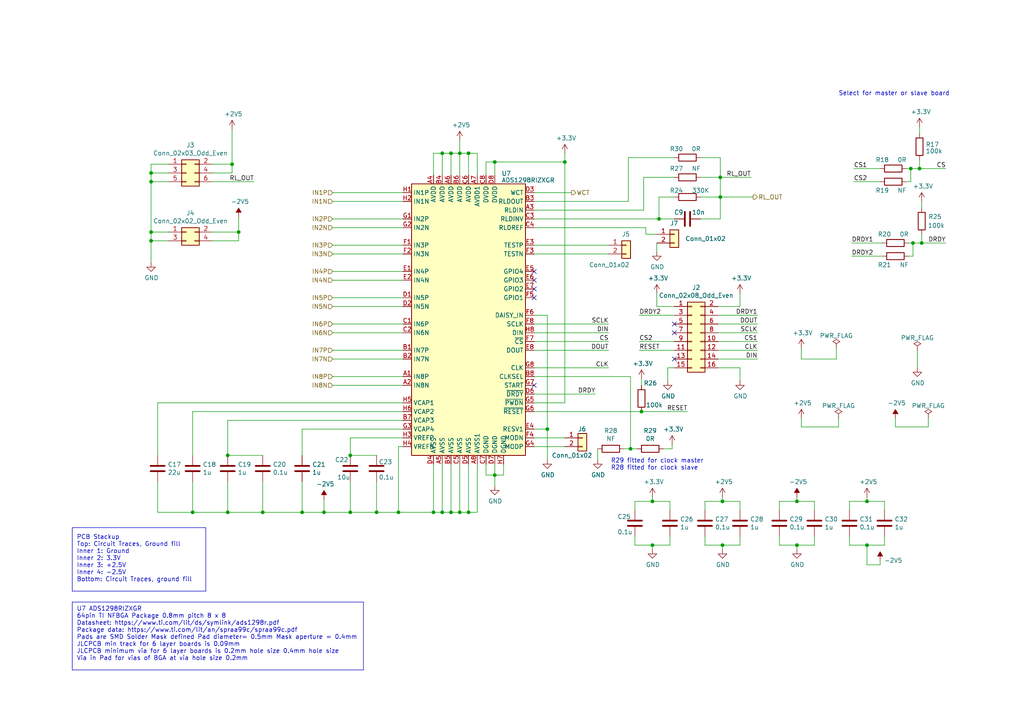
<source format=kicad_sch>
(kicad_sch (version 20230121) (generator eeschema)
  (paper "A4")
  (lib_symbols
    (symbol "Connector_Generic:Conn_01x02" (pin_names (offset 1.016) hide)
      (property "Reference" "J" (at 0 2.54 0))
      (property "Value" "Conn_01x02" (at 0 -5.08 0))
      (symbol "Conn_01x02_1_1"
        (rectangle (start -1.27 -2.413) (end 0 -2.667) (stroke (width 0.1524)))
        (rectangle (start -1.27 0.127) (end 0 -0.127) (stroke (width 0.1524)))
        (rectangle (start -1.27 1.27) (end 1.27 -3.81) (stroke (width 0.254)) (fill (type background)))
        (pin passive line (at -5.08 0 0) (length 3.81) (name "Pin_1") (number "1"))
        (pin passive line (at -5.08 -2.54 0) (length 3.81) (name "Pin_2") (number "2"))
      )
    )
    (symbol "Connector_Generic:Conn_02x02_Odd_Even" (pin_names (offset 1.016) hide)
      (property "Reference" "J" (at 1.27 2.54 0))
      (property "Value" "Conn_02x02_Odd_Even" (at 1.27 -5.08 0))
      (symbol "Conn_02x02_Odd_Even_1_1"
        (rectangle (start -1.27 -2.413) (end 0 -2.667) (stroke (width 0.1524)))
        (rectangle (start -1.27 0.127) (end 0 -0.127) (stroke (width 0.1524)))
        (rectangle (start -1.27 1.27) (end 3.81 -3.81) (stroke (width 0.254)) (fill (type background)))
        (rectangle (start 3.81 -2.413) (end 2.54 -2.667) (stroke (width 0.1524)))
        (rectangle (start 3.81 0.127) (end 2.54 -0.127) (stroke (width 0.1524)))
        (pin passive line (at -5.08 0 0) (length 3.81) (name "Pin_1") (number "1"))
        (pin passive line (at 7.62 0 180) (length 3.81) (name "Pin_2") (number "2"))
        (pin passive line (at -5.08 -2.54 0) (length 3.81) (name "Pin_3") (number "3"))
        (pin passive line (at 7.62 -2.54 180) (length 3.81) (name "Pin_4") (number "4"))
      )
    )
    (symbol "Connector_Generic:Conn_02x03_Odd_Even" (pin_names (offset 1.016) hide)
      (property "Reference" "J" (at 1.27 5.08 0))
      (property "Value" "Conn_02x03_Odd_Even" (at 1.27 -5.08 0))
      (symbol "Conn_02x03_Odd_Even_1_1"
        (rectangle (start -1.27 -2.413) (end 0 -2.667) (stroke (width 0.1524)))
        (rectangle (start -1.27 0.127) (end 0 -0.127) (stroke (width 0.1524)))
        (rectangle (start -1.27 2.667) (end 0 2.413) (stroke (width 0.1524)))
        (rectangle (start -1.27 3.81) (end 3.81 -3.81) (stroke (width 0.254)) (fill (type background)))
        (rectangle (start 3.81 -2.413) (end 2.54 -2.667) (stroke (width 0.1524)))
        (rectangle (start 3.81 0.127) (end 2.54 -0.127) (stroke (width 0.1524)))
        (rectangle (start 3.81 2.667) (end 2.54 2.413) (stroke (width 0.1524)))
        (pin passive line (at -5.08 2.54 0) (length 3.81) (name "Pin_1") (number "1"))
        (pin passive line (at 7.62 2.54 180) (length 3.81) (name "Pin_2") (number "2"))
        (pin passive line (at -5.08 0 0) (length 3.81) (name "Pin_3") (number "3"))
        (pin passive line (at 7.62 0 180) (length 3.81) (name "Pin_4") (number "4"))
        (pin passive line (at -5.08 -2.54 0) (length 3.81) (name "Pin_5") (number "5"))
        (pin passive line (at 7.62 -2.54 180) (length 3.81) (name "Pin_6") (number "6"))
      )
    )
    (symbol "Connector_Generic:Conn_02x08_Odd_Even" (pin_names (offset 1.016) hide)
      (property "Reference" "J" (at 1.27 10.16 0))
      (property "Value" "Conn_02x08_Odd_Even" (at 1.27 -12.7 0))
      (symbol "Conn_02x08_Odd_Even_1_1"
        (rectangle (start -1.27 -10.033) (end 0 -10.287) (stroke (width 0.1524)))
        (rectangle (start -1.27 -7.493) (end 0 -7.747) (stroke (width 0.1524)))
        (rectangle (start -1.27 -4.953) (end 0 -5.207) (stroke (width 0.1524)))
        (rectangle (start -1.27 -2.413) (end 0 -2.667) (stroke (width 0.1524)))
        (rectangle (start -1.27 0.127) (end 0 -0.127) (stroke (width 0.1524)))
        (rectangle (start -1.27 2.667) (end 0 2.413) (stroke (width 0.1524)))
        (rectangle (start -1.27 5.207) (end 0 4.953) (stroke (width 0.1524)))
        (rectangle (start -1.27 7.747) (end 0 7.493) (stroke (width 0.1524)))
        (rectangle (start -1.27 8.89) (end 3.81 -11.43) (stroke (width 0.254)) (fill (type background)))
        (rectangle (start 3.81 -10.033) (end 2.54 -10.287) (stroke (width 0.1524)))
        (rectangle (start 3.81 -7.493) (end 2.54 -7.747) (stroke (width 0.1524)))
        (rectangle (start 3.81 -4.953) (end 2.54 -5.207) (stroke (width 0.1524)))
        (rectangle (start 3.81 -2.413) (end 2.54 -2.667) (stroke (width 0.1524)))
        (rectangle (start 3.81 0.127) (end 2.54 -0.127) (stroke (width 0.1524)))
        (rectangle (start 3.81 2.667) (end 2.54 2.413) (stroke (width 0.1524)))
        (rectangle (start 3.81 5.207) (end 2.54 4.953) (stroke (width 0.1524)))
        (rectangle (start 3.81 7.747) (end 2.54 7.493) (stroke (width 0.1524)))
        (pin passive line (at -5.08 7.62 0) (length 3.81) (name "Pin_1") (number "1"))
        (pin passive line (at 7.62 -2.54 180) (length 3.81) (name "Pin_10") (number "10"))
        (pin passive line (at -5.08 -5.08 0) (length 3.81) (name "Pin_11") (number "11"))
        (pin passive line (at 7.62 -5.08 180) (length 3.81) (name "Pin_12") (number "12"))
        (pin passive line (at -5.08 -7.62 0) (length 3.81) (name "Pin_13") (number "13"))
        (pin passive line (at 7.62 -7.62 180) (length 3.81) (name "Pin_14") (number "14"))
        (pin passive line (at -5.08 -10.16 0) (length 3.81) (name "Pin_15") (number "15"))
        (pin passive line (at 7.62 -10.16 180) (length 3.81) (name "Pin_16") (number "16"))
        (pin passive line (at 7.62 7.62 180) (length 3.81) (name "Pin_2") (number "2"))
        (pin passive line (at -5.08 5.08 0) (length 3.81) (name "Pin_3") (number "3"))
        (pin passive line (at 7.62 5.08 180) (length 3.81) (name "Pin_4") (number "4"))
        (pin passive line (at -5.08 2.54 0) (length 3.81) (name "Pin_5") (number "5"))
        (pin passive line (at 7.62 2.54 180) (length 3.81) (name "Pin_6") (number "6"))
        (pin passive line (at -5.08 0 0) (length 3.81) (name "Pin_7") (number "7"))
        (pin passive line (at 7.62 0 180) (length 3.81) (name "Pin_8") (number "8"))
        (pin passive line (at -5.08 -2.54 0) (length 3.81) (name "Pin_9") (number "9"))
      )
    )
    (symbol "Device:C" (pin_numbers hide) (pin_names (offset 0.254))
      (property "Reference" "C" (at 0.635 2.54 0))
      (property "Value" "C" (at 0.635 -2.54 0))
      (symbol "C_0_1"
        (polyline (pts (xy -2.032 -0.762) (xy 2.032 -0.762)) (stroke (width 0.508)))
        (polyline (pts (xy -2.032 0.762) (xy 2.032 0.762)) (stroke (width 0.508)))
      )
      (symbol "C_1_1"
        (pin passive line (at 0 3.81 270) (length 2.794) (name "~") (number "1"))
        (pin passive line (at 0 -3.81 90) (length 2.794) (name "~") (number "2"))
      )
    )
    (symbol "Device:R" (pin_numbers hide) (pin_names (offset 0))
      (property "Reference" "R" (at 2.032 0 90))
      (property "Value" "R" (at 0 0 90))
      (symbol "R_0_1"
        (rectangle (start -1.016 -2.54) (end 1.016 2.54) (stroke (width 0.254)))
      )
      (symbol "R_1_1"
        (pin passive line (at 0 3.81 270) (length 1.27) (name "~") (number "1"))
        (pin passive line (at 0 -3.81 90) (length 1.27) (name "~") (number "2"))
      )
    )
    (symbol "OpenBCI_ESP32:ADS1298RIZXGR"
      (property "Reference" "U" (at -16.51 44.45 0))
      (property "Value" "ADS1298RIZXGR" (at 7.62 50.8 0))
      (symbol "ADS1298RIZXGR_0_1"
        (rectangle (start -17.78 43.18) (end 15.24 -35.56) (stroke (width 0.254)) (fill (type background)))
      )
      (symbol "ADS1298RIZXGR_1_1"
        (pin input line (at -20.32 -12.7 0) (length 2.54) (name "IN8P") (number "A1"))
        (pin input line (at -20.32 -15.24 0) (length 2.54) (name "IN8N") (number "A2"))
        (pin input line (at 17.78 35.56 180) (length 2.54) (name "RLDIN") (number "A3"))
        (pin power_in line (at -11.43 45.72 270) (length 2.54) (name "AVDD") (number "A4"))
        (pin power_in line (at -8.89 -38.1 90) (length 2.54) (name "AVSS") (number "A5"))
        (pin power_in line (at -6.35 45.72 270) (length 2.54) (name "AVDD") (number "A6"))
        (pin power_in line (at 1.27 45.72 270) (length 2.54) (name "AVDD1") (number "A7"))
        (pin power_in line (at 1.27 -38.1 90) (length 2.54) (name "AVSS1") (number "A8"))
        (pin input line (at -20.32 -5.08 0) (length 2.54) (name "IN7P") (number "B1"))
        (pin input line (at -20.32 -7.62 0) (length 2.54) (name "IN7N") (number "B2"))
        (pin output line (at 17.78 38.1 180) (length 2.54) (name "RLDOUT") (number "B3"))
        (pin power_in line (at -8.89 45.72 270) (length 2.54) (name "AVDD") (number "B4"))
        (pin power_in line (at -6.35 -38.1 90) (length 2.54) (name "AVSS") (number "B5"))
        (pin power_in line (at -3.81 45.72 270) (length 2.54) (name "AVDD") (number "B6"))
        (pin passive line (at -20.32 -25.4 0) (length 2.54) (name "VCAP3") (number "B7"))
        (pin input line (at 17.78 -12.7 180) (length 2.54) (name "CLKSEL") (number "B8"))
        (pin input line (at -20.32 2.54 0) (length 2.54) (name "IN6P") (number "C1"))
        (pin input line (at -20.32 0 0) (length 2.54) (name "IN6N") (number "C2"))
        (pin input line (at 17.78 33.02 180) (length 2.54) (name "RLDINV") (number "C3"))
        (pin input line (at 17.78 30.48 180) (length 2.54) (name "RLDREF") (number "C4"))
        (pin power_in line (at -3.81 -38.1 90) (length 2.54) (name "AVSS") (number "C5"))
        (pin power_in line (at -1.27 45.72 270) (length 2.54) (name "AVDD") (number "C6"))
        (pin power_in line (at 3.81 -38.1 90) (length 2.54) (name "DGND") (number "C7"))
        (pin power_in line (at 3.81 45.72 270) (length 2.54) (name "DVDD") (number "C8"))
        (pin input line (at -20.32 10.16 0) (length 2.54) (name "IN5P") (number "D1"))
        (pin input line (at -20.32 7.62 0) (length 2.54) (name "IN5N") (number "D2"))
        (pin output line (at 17.78 40.64 180) (length 2.54) (name "WCT") (number "D3"))
        (pin power_in line (at -11.43 -38.1 90) (length 2.54) (name "AVSS") (number "D4"))
        (pin power_in line (at -1.27 -38.1 90) (length 2.54) (name "AVSS") (number "D5"))
        (pin output line (at 17.78 -17.78 180) (length 2.54) (name "~{DRDY}") (number "D6"))
        (pin power_in line (at 6.35 -38.1 90) (length 2.54) (name "DGND") (number "D7"))
        (pin power_in line (at 6.35 45.72 270) (length 2.54) (name "DVDD") (number "D8"))
        (pin input line (at -20.32 17.78 0) (length 2.54) (name "IN4P") (number "E1"))
        (pin input line (at -20.32 15.24 0) (length 2.54) (name "IN4N") (number "E2"))
        (pin bidirectional line (at 17.78 25.4 180) (length 2.54) (name "TESTP") (number "E3"))
        (pin input line (at 17.78 -27.94 180) (length 2.54) (name "RESV1") (number "E4"))
        (pin bidirectional line (at 17.78 17.78 180) (length 2.54) (name "GPIO4") (number "E5"))
        (pin bidirectional line (at 17.78 15.24 180) (length 2.54) (name "GPIO3") (number "E6"))
        (pin bidirectional line (at 17.78 12.7 180) (length 2.54) (name "GPIO2") (number "E7"))
        (pin output line (at 17.78 -5.08 180) (length 2.54) (name "DOUT") (number "E8"))
        (pin input line (at -20.32 25.4 0) (length 2.54) (name "IN3P") (number "F1"))
        (pin input line (at -20.32 22.86 0) (length 2.54) (name "IN3N") (number "F2"))
        (pin bidirectional line (at 17.78 22.86 180) (length 2.54) (name "TESTN") (number "F3"))
        (pin output line (at 17.78 -30.48 180) (length 2.54) (name "MODN") (number "F4"))
        (pin bidirectional line (at 17.78 10.16 180) (length 2.54) (name "GPIO1") (number "F5"))
        (pin input line (at 17.78 5.08 180) (length 2.54) (name "DAISY_IN") (number "F6"))
        (pin input line (at 17.78 -2.54 180) (length 2.54) (name "~{CS}") (number "F7"))
        (pin input line (at 17.78 2.54 180) (length 2.54) (name "SCLK") (number "F8"))
        (pin input line (at -20.32 33.02 0) (length 2.54) (name "IN2P") (number "G1"))
        (pin input line (at -20.32 30.48 0) (length 2.54) (name "IN2N") (number "G2"))
        (pin passive line (at -20.32 -27.94 0) (length 2.54) (name "VCAP4") (number "G3"))
        (pin output line (at 17.78 -33.02 180) (length 2.54) (name "MODP") (number "G4"))
        (pin input line (at 17.78 -20.32 180) (length 2.54) (name "~{PWDN}") (number "G5"))
        (pin input line (at 17.78 -22.86 180) (length 2.54) (name "~{RESET}") (number "G6"))
        (pin input line (at 17.78 -15.24 180) (length 2.54) (name "START") (number "G7"))
        (pin bidirectional line (at 17.78 -10.16 180) (length 2.54) (name "CLK") (number "G8"))
        (pin input line (at -20.32 40.64 0) (length 2.54) (name "IN1P") (number "H1"))
        (pin input line (at -20.32 38.1 0) (length 2.54) (name "IN1N") (number "H2"))
        (pin passive line (at -20.32 -30.48 0) (length 2.54) (name "VREFP") (number "H3"))
        (pin passive line (at -20.32 -33.02 0) (length 2.54) (name "VREFN") (number "H4"))
        (pin passive line (at -20.32 -20.32 0) (length 2.54) (name "VCAP1") (number "H5"))
        (pin passive line (at -20.32 -22.86 0) (length 2.54) (name "VCAP2") (number "H6"))
        (pin power_in line (at 8.89 -38.1 90) (length 2.54) (name "DGND") (number "H7"))
        (pin input line (at 17.78 0 180) (length 2.54) (name "DIN") (number "H8"))
      )
    )
    (symbol "power:+2V5" (power) (pin_names (offset 0))
      (property "Value" "+2V5" (at 0 3.556 0))
      (symbol "+2V5_0_1"
        (polyline (pts (xy -0.762 1.27) (xy 0 2.54)))
        (polyline (pts (xy 0 0) (xy 0 2.54)))
        (polyline (pts (xy 0 2.54) (xy 0.762 1.27)))
      )
      (symbol "+2V5_1_1"
        (pin power_in line (at 0 0 90) (length 0) hide (name "+2V5") (number "1"))
      )
    )
    (symbol "power:+3.3V" (power) (pin_names (offset 0))
      (property "Value" "+3.3V" (at 0 3.556 0))
      (symbol "+3.3V_0_1"
        (polyline (pts (xy -0.762 1.27) (xy 0 2.54)))
        (polyline (pts (xy 0 0) (xy 0 2.54)))
        (polyline (pts (xy 0 2.54) (xy 0.762 1.27)))
      )
      (symbol "+3.3V_1_1"
        (pin power_in line (at 0 0 90) (length 0) hide (name "+3.3V") (number "1"))
      )
    )
    (symbol "power:-2V5" (power) (pin_names (offset 0))
      (property "Value" "-2V5" (at 0 3.81 0))
      (symbol "-2V5_0_0"
        (pin power_in line (at 0 0 90) (length 0) hide (name "-2V5") (number "1"))
      )
      (symbol "-2V5_0_1"
        (polyline (pts (xy 0 0) (xy 0 1.27) (xy 0.762 1.27) (xy 0 2.54) (xy -0.762 1.27) (xy 0 1.27)) (fill (type outline)))
      )
    )
    (symbol "power:GND" (power) (pin_names (offset 0))
      (property "Value" "GND" (at 0 -3.81 0))
      (symbol "GND_0_1"
        (polyline (pts (xy 0 0) (xy 0 -1.27) (xy 1.27 -1.27) (xy 0 -2.54) (xy -1.27 -1.27) (xy 0 -1.27)))
      )
      (symbol "GND_1_1"
        (pin power_in line (at 0 0 270) (length 0) hide (name "GND") (number "1"))
      )
    )
    (symbol "power:PWR_FLAG" (power) (pin_numbers hide) (pin_names (offset 0) hide)
      (property "Value" "PWR_FLAG" (at 0 3.81 0))
      (symbol "PWR_FLAG_0_0"
        (pin power_out line (at 0 0 90) (length 0) (name "pwr") (number "1"))
      )
      (symbol "PWR_FLAG_0_1"
        (polyline (pts (xy 0 0) (xy 0 1.27) (xy -1.016 1.905) (xy 0 2.54) (xy 1.016 1.905) (xy 0 1.27)))
      )
    )
  )
  (junction (at 267.335 70.485))
  (junction (at 158.75 124.46))
  (junction (at 143.51 137.795))
  (junction (at 209.55 158.115))
  (junction (at 163.83 46.99))
  (junction (at 264.16 48.895))
  (junction (at 87.63 148.59))
  (junction (at 186.055 119.38))
  (junction (at 67.31 47.625))
  (junction (at 133.35 148.59))
  (junction (at 143.51 46.99))
  (junction (at 182.88 130.175))
  (junction (at 130.81 148.59))
  (junction (at 69.215 67.31))
  (junction (at 208.915 51.435))
  (junction (at 251.46 158.115))
  (junction (at 43.815 50.165))
  (junction (at 55.88 148.59))
  (junction (at 43.815 52.705))
  (junction (at 128.27 44.45))
  (junction (at 231.14 158.115))
  (junction (at 135.89 44.45))
  (junction (at 43.815 67.31))
  (junction (at 266.7 48.895))
  (junction (at 208.915 57.15))
  (junction (at 189.23 145.415))
  (junction (at 66.04 132.08))
  (junction (at 125.73 148.59))
  (junction (at 264.795 70.485))
  (junction (at 128.27 148.59))
  (junction (at 251.46 145.415))
  (junction (at 76.2 148.59))
  (junction (at 66.04 148.59))
  (junction (at 133.35 44.45))
  (junction (at 209.55 145.415))
  (junction (at 191.135 63.5))
  (junction (at 109.22 148.59))
  (junction (at 130.81 44.45))
  (junction (at 189.23 158.115))
  (junction (at 101.6 148.59))
  (junction (at 43.815 69.85))
  (junction (at 101.6 132.08))
  (junction (at 115.57 148.59))
  (junction (at 93.98 148.59))
  (junction (at 135.89 148.59))
  (junction (at 231.14 145.415))
  (no_connect (at 154.94 83.82))
  (no_connect (at 154.94 81.28))
  (no_connect (at 195.58 93.98))
  (no_connect (at 195.58 96.52))
  (no_connect (at 195.58 104.14))
  (no_connect (at 154.94 78.74))
  (no_connect (at 154.94 86.36))
  (no_connect (at 154.94 111.76))
  (wire (pts (xy 116.84 66.04) (xy 96.52 66.04)))
  (wire (pts (xy 204.47 158.115) (xy 209.55 158.115)))
  (wire (pts (xy 194.31 158.115) (xy 194.31 155.575)))
  (wire (pts (xy 236.22 145.415) (xy 236.22 147.955)))
  (wire (pts (xy 214.63 88.9) (xy 214.63 85.09)))
  (wire (pts (xy 236.22 158.115) (xy 236.22 155.575)))
  (wire (pts (xy 209.55 158.115) (xy 209.55 159.385)))
  (wire (pts (xy 187.325 67.945) (xy 190.5 67.945)))
  (wire (pts (xy 45.72 116.84) (xy 45.72 132.08)))
  (wire (pts (xy 208.915 57.15) (xy 218.44 57.15)))
  (wire (pts (xy 43.815 67.31) (xy 43.815 69.85)))
  (wire (pts (xy 195.58 106.68) (xy 193.675 106.68)))
  (wire (pts (xy 133.35 40.64) (xy 133.35 44.45)))
  (wire (pts (xy 231.14 158.115) (xy 236.22 158.115)))
  (wire (pts (xy 76.2 148.59) (xy 87.63 148.59)))
  (wire (pts (xy 247.015 74.295) (xy 255.905 74.295)))
  (wire (pts (xy 154.94 96.52) (xy 176.53 96.52)))
  (wire (pts (xy 255.27 52.705) (xy 247.65 52.705)))
  (wire (pts (xy 140.97 46.99) (xy 143.51 46.99)))
  (wire (pts (xy 208.28 88.9) (xy 214.63 88.9)))
  (wire (pts (xy 208.28 101.6) (xy 219.71 101.6)))
  (wire (pts (xy 264.16 52.705) (xy 264.16 48.895)))
  (wire (pts (xy 184.15 145.415) (xy 184.15 147.955)))
  (wire (pts (xy 61.595 47.625) (xy 67.31 47.625)))
  (wire (pts (xy 143.51 137.795) (xy 146.05 137.795)))
  (wire (pts (xy 208.28 106.68) (xy 214.63 106.68)))
  (wire (pts (xy 208.28 93.98) (xy 219.71 93.98)))
  (wire (pts (xy 43.815 50.165) (xy 43.815 52.705)))
  (wire (pts (xy 116.84 58.42) (xy 96.52 58.42)))
  (wire (pts (xy 209.55 158.115) (xy 214.63 158.115)))
  (wire (pts (xy 262.89 52.705) (xy 264.16 52.705)))
  (wire (pts (xy 128.27 44.45) (xy 128.27 50.8)))
  (wire (pts (xy 182.245 58.42) (xy 182.245 45.72)))
  (wire (pts (xy 214.63 106.68) (xy 214.63 110.49)))
  (wire (pts (xy 116.84 73.66) (xy 96.52 73.66)))
  (wire (pts (xy 194.945 130.175) (xy 194.945 128.905)))
  (wire (pts (xy 43.815 47.625) (xy 48.895 47.625)))
  (wire (pts (xy 48.895 67.31) (xy 43.815 67.31)))
  (wire (pts (xy 154.94 114.3) (xy 172.72 114.3)))
  (wire (pts (xy 87.63 124.46) (xy 87.63 132.08)))
  (wire (pts (xy 208.28 99.06) (xy 219.71 99.06)))
  (wire (pts (xy 184.15 155.575) (xy 184.15 158.115)))
  (wire (pts (xy 115.57 148.59) (xy 125.73 148.59)))
  (wire (pts (xy 186.055 109.855) (xy 186.055 111.76)))
  (wire (pts (xy 115.57 129.54) (xy 115.57 148.59)))
  (polyline (pts (xy 59.69 171.45) (xy 59.69 153.035)))
  (wire (pts (xy 143.51 46.99) (xy 163.83 46.99)))
  (wire (pts (xy 267.335 70.485) (xy 274.32 70.485)))
  (wire (pts (xy 116.84 78.74) (xy 96.52 78.74)))
  (wire (pts (xy 66.04 148.59) (xy 76.2 148.59)))
  (wire (pts (xy 87.63 148.59) (xy 93.98 148.59)))
  (wire (pts (xy 109.22 148.59) (xy 115.57 148.59)))
  (wire (pts (xy 130.81 148.59) (xy 133.35 148.59)))
  (wire (pts (xy 191.135 63.5) (xy 195.58 63.5)))
  (wire (pts (xy 191.135 57.15) (xy 191.135 63.5)))
  (wire (pts (xy 158.75 124.46) (xy 158.75 133.35)))
  (wire (pts (xy 264.16 48.895) (xy 266.7 48.895)))
  (wire (pts (xy 187.325 66.04) (xy 187.325 67.945)))
  (wire (pts (xy 154.94 116.84) (xy 163.83 116.84)))
  (wire (pts (xy 154.94 106.68) (xy 176.53 106.68)))
  (wire (pts (xy 133.35 148.59) (xy 135.89 148.59)))
  (wire (pts (xy 154.94 58.42) (xy 182.245 58.42)))
  (wire (pts (xy 214.63 158.115) (xy 214.63 155.575)))
  (wire (pts (xy 140.97 137.795) (xy 143.51 137.795)))
  (wire (pts (xy 256.54 145.415) (xy 256.54 147.955)))
  (wire (pts (xy 251.46 145.415) (xy 256.54 145.415)))
  (wire (pts (xy 116.84 121.92) (xy 66.04 121.92)))
  (wire (pts (xy 262.89 48.895) (xy 264.16 48.895)))
  (wire (pts (xy 204.47 147.955) (xy 204.47 145.415)))
  (wire (pts (xy 130.81 50.8) (xy 130.81 44.45)))
  (polyline (pts (xy 20.955 153.035) (xy 20.955 171.45)))
  (wire (pts (xy 61.595 67.31) (xy 69.215 67.31)))
  (wire (pts (xy 101.6 127) (xy 101.6 132.08)))
  (wire (pts (xy 116.84 124.46) (xy 87.63 124.46)))
  (wire (pts (xy 154.94 73.66) (xy 176.53 73.66)))
  (wire (pts (xy 128.27 134.62) (xy 128.27 148.59)))
  (wire (pts (xy 163.83 46.99) (xy 163.83 116.84)))
  (wire (pts (xy 182.88 130.175) (xy 184.785 130.175)))
  (wire (pts (xy 101.6 139.7) (xy 101.6 148.59)))
  (wire (pts (xy 154.94 101.6) (xy 176.53 101.6)))
  (wire (pts (xy 232.41 123.825) (xy 243.205 123.825)))
  (polyline (pts (xy 105.41 194.31) (xy 105.41 174.625)))
  (wire (pts (xy 180.975 130.175) (xy 182.88 130.175)))
  (wire (pts (xy 259.715 123.825) (xy 269.24 123.825)))
  (wire (pts (xy 208.915 57.15) (xy 208.915 63.5)))
  (wire (pts (xy 154.94 66.04) (xy 187.325 66.04)))
  (wire (pts (xy 154.94 127) (xy 163.83 127)))
  (wire (pts (xy 173.355 130.175) (xy 173.355 133.35)))
  (wire (pts (xy 87.63 139.7) (xy 87.63 148.59)))
  (wire (pts (xy 130.81 44.45) (xy 128.27 44.45)))
  (polyline (pts (xy 20.955 174.625) (xy 20.955 194.31)))
  (wire (pts (xy 154.94 60.96) (xy 186.69 60.96)))
  (wire (pts (xy 184.15 158.115) (xy 189.23 158.115)))
  (wire (pts (xy 48.895 50.165) (xy 43.815 50.165)))
  (wire (pts (xy 116.84 109.22) (xy 96.52 109.22)))
  (wire (pts (xy 203.2 45.72) (xy 208.915 45.72)))
  (polyline (pts (xy 20.955 153.035) (xy 59.69 153.035)))
  (wire (pts (xy 125.73 134.62) (xy 125.73 148.59)))
  (wire (pts (xy 208.915 63.5) (xy 203.2 63.5)))
  (wire (pts (xy 116.84 119.38) (xy 55.88 119.38)))
  (wire (pts (xy 208.28 96.52) (xy 219.71 96.52)))
  (wire (pts (xy 66.04 139.7) (xy 66.04 148.59)))
  (wire (pts (xy 143.51 137.795) (xy 143.51 140.97)))
  (wire (pts (xy 266.7 36.83) (xy 266.7 38.735)))
  (wire (pts (xy 214.63 145.415) (xy 214.63 147.955)))
  (wire (pts (xy 203.2 51.435) (xy 208.915 51.435)))
  (wire (pts (xy 154.94 63.5) (xy 191.135 63.5)))
  (wire (pts (xy 143.51 50.8) (xy 143.51 46.99)))
  (wire (pts (xy 116.84 63.5) (xy 96.52 63.5)))
  (wire (pts (xy 116.84 111.76) (xy 96.52 111.76)))
  (wire (pts (xy 226.06 145.415) (xy 231.14 145.415)))
  (wire (pts (xy 251.46 145.415) (xy 251.46 144.145)))
  (wire (pts (xy 203.2 57.15) (xy 208.915 57.15)))
  (wire (pts (xy 125.73 148.59) (xy 128.27 148.59)))
  (wire (pts (xy 43.815 47.625) (xy 43.815 50.165)))
  (wire (pts (xy 55.88 119.38) (xy 55.88 132.08)))
  (wire (pts (xy 208.28 104.14) (xy 219.71 104.14)))
  (wire (pts (xy 140.97 134.62) (xy 140.97 137.795)))
  (wire (pts (xy 232.41 104.14) (xy 242.57 104.14)))
  (wire (pts (xy 116.84 116.84) (xy 45.72 116.84)))
  (wire (pts (xy 138.43 50.8) (xy 138.43 44.45)))
  (wire (pts (xy 116.84 104.14) (xy 96.52 104.14)))
  (wire (pts (xy 190.5 88.9) (xy 195.58 88.9)))
  (wire (pts (xy 158.75 91.44) (xy 158.75 124.46)))
  (wire (pts (xy 138.43 134.62) (xy 138.43 148.59)))
  (wire (pts (xy 264.795 74.295) (xy 264.795 70.485)))
  (wire (pts (xy 69.215 67.31) (xy 69.215 62.865)))
  (wire (pts (xy 116.84 96.52) (xy 96.52 96.52)))
  (wire (pts (xy 186.055 119.38) (xy 199.39 119.38)))
  (wire (pts (xy 146.05 137.795) (xy 146.05 134.62)))
  (wire (pts (xy 255.27 48.895) (xy 247.65 48.895)))
  (wire (pts (xy 55.88 139.7) (xy 55.88 148.59)))
  (wire (pts (xy 209.55 145.415) (xy 209.55 144.145)))
  (wire (pts (xy 194.31 145.415) (xy 194.31 147.955)))
  (wire (pts (xy 116.84 101.6) (xy 96.52 101.6)))
  (wire (pts (xy 76.2 132.08) (xy 66.04 132.08)))
  (wire (pts (xy 116.84 86.36) (xy 96.52 86.36)))
  (wire (pts (xy 61.595 50.165) (xy 67.31 50.165)))
  (wire (pts (xy 140.97 50.8) (xy 140.97 46.99)))
  (wire (pts (xy 154.94 124.46) (xy 158.75 124.46)))
  (wire (pts (xy 189.23 145.415) (xy 189.23 144.145)))
  (wire (pts (xy 255.27 163.83) (xy 251.46 163.83)))
  (wire (pts (xy 45.72 148.59) (xy 55.88 148.59)))
  (wire (pts (xy 55.88 148.59) (xy 66.04 148.59)))
  (wire (pts (xy 66.04 121.92) (xy 66.04 132.08)))
  (wire (pts (xy 154.94 91.44) (xy 158.75 91.44)))
  (wire (pts (xy 251.46 158.115) (xy 251.46 163.83)))
  (wire (pts (xy 269.24 123.825) (xy 269.24 121.285)))
  (wire (pts (xy 101.6 148.59) (xy 109.22 148.59)))
  (wire (pts (xy 256.54 155.575) (xy 256.54 158.115)))
  (wire (pts (xy 184.15 145.415) (xy 189.23 145.415)))
  (polyline (pts (xy 20.955 171.45) (xy 59.69 171.45)))
  (wire (pts (xy 204.47 145.415) (xy 209.55 145.415)))
  (wire (pts (xy 247.015 70.485) (xy 255.905 70.485)))
  (wire (pts (xy 143.51 134.62) (xy 143.51 137.795)))
  (wire (pts (xy 154.94 93.98) (xy 176.53 93.98)))
  (wire (pts (xy 208.915 45.72) (xy 208.915 51.435)))
  (wire (pts (xy 61.595 52.705) (xy 73.66 52.705)))
  (wire (pts (xy 93.98 148.59) (xy 101.6 148.59)))
  (wire (pts (xy 266.7 46.355) (xy 266.7 48.895)))
  (wire (pts (xy 263.525 70.485) (xy 264.795 70.485)))
  (wire (pts (xy 43.815 69.85) (xy 43.815 76.2)))
  (wire (pts (xy 76.2 139.7) (xy 76.2 148.59)))
  (wire (pts (xy 130.81 44.45) (xy 133.35 44.45)))
  (wire (pts (xy 115.57 129.54) (xy 116.84 129.54)))
  (wire (pts (xy 243.205 123.825) (xy 243.205 121.285)))
  (wire (pts (xy 186.69 51.435) (xy 195.58 51.435)))
  (wire (pts (xy 263.525 74.295) (xy 264.795 74.295)))
  (wire (pts (xy 67.31 50.165) (xy 67.31 47.625)))
  (wire (pts (xy 130.81 148.59) (xy 130.81 134.62)))
  (wire (pts (xy 133.35 44.45) (xy 135.89 44.45)))
  (wire (pts (xy 246.38 147.955) (xy 246.38 145.415)))
  (wire (pts (xy 116.84 81.28) (xy 96.52 81.28)))
  (wire (pts (xy 208.915 51.435) (xy 208.915 57.15)))
  (wire (pts (xy 266.065 101.6) (xy 266.065 106.68)))
  (wire (pts (xy 182.88 109.22) (xy 154.94 109.22)))
  (wire (pts (xy 67.31 47.625) (xy 67.31 37.465)))
  (wire (pts (xy 182.88 109.22) (xy 182.88 130.175)))
  (wire (pts (xy 189.23 158.115) (xy 189.23 159.385)))
  (wire (pts (xy 186.69 60.96) (xy 186.69 51.435)))
  (wire (pts (xy 190.5 70.485) (xy 190.5 73.025)))
  (wire (pts (xy 226.06 147.955) (xy 226.06 145.415)))
  (wire (pts (xy 43.815 52.705) (xy 48.895 52.705)))
  (wire (pts (xy 193.675 106.68) (xy 193.675 110.49)))
  (wire (pts (xy 251.46 158.115) (xy 256.54 158.115)))
  (wire (pts (xy 154.94 55.88) (xy 165.735 55.88)))
  (wire (pts (xy 138.43 148.59) (xy 135.89 148.59)))
  (wire (pts (xy 154.94 71.12) (xy 176.53 71.12)))
  (wire (pts (xy 135.89 50.8) (xy 135.89 44.45)))
  (wire (pts (xy 231.14 158.115) (xy 231.14 159.385)))
  (wire (pts (xy 266.7 48.895) (xy 274.32 48.895)))
  (wire (pts (xy 259.715 121.285) (xy 259.715 123.825)))
  (wire (pts (xy 61.595 69.85) (xy 69.215 69.85)))
  (wire (pts (xy 195.58 99.06) (xy 185.42 99.06)))
  (wire (pts (xy 195.58 101.6) (xy 185.42 101.6)))
  (wire (pts (xy 93.98 144.78) (xy 93.98 148.59)))
  (wire (pts (xy 267.335 67.945) (xy 267.335 70.485)))
  (wire (pts (xy 43.815 52.705) (xy 43.815 67.31)))
  (polyline (pts (xy 20.955 174.625) (xy 105.41 174.625)))
  (wire (pts (xy 195.58 57.15) (xy 191.135 57.15)))
  (wire (pts (xy 192.405 130.175) (xy 194.945 130.175)))
  (wire (pts (xy 154.94 119.38) (xy 186.055 119.38)))
  (wire (pts (xy 163.83 46.99) (xy 163.83 44.45)))
  (wire (pts (xy 116.84 127) (xy 101.6 127)))
  (wire (pts (xy 189.23 145.415) (xy 194.31 145.415)))
  (wire (pts (xy 48.895 69.85) (xy 43.815 69.85)))
  (wire (pts (xy 246.38 158.115) (xy 251.46 158.115)))
  (wire (pts (xy 226.06 155.575) (xy 226.06 158.115)))
  (wire (pts (xy 246.38 155.575) (xy 246.38 158.115)))
  (wire (pts (xy 232.41 121.285) (xy 232.41 123.825)))
  (wire (pts (xy 246.38 145.415) (xy 251.46 145.415)))
  (wire (pts (xy 154.94 99.06) (xy 176.53 99.06)))
  (wire (pts (xy 226.06 158.115) (xy 231.14 158.115)))
  (wire (pts (xy 208.28 91.44) (xy 219.71 91.44)))
  (wire (pts (xy 133.35 44.45) (xy 133.35 50.8)))
  (wire (pts (xy 69.215 69.85) (xy 69.215 67.31)))
  (wire (pts (xy 208.915 51.435) (xy 217.805 51.435)))
  (wire (pts (xy 267.335 58.42) (xy 267.335 60.325)))
  (wire (pts (xy 232.41 100.965) (xy 232.41 104.14)))
  (wire (pts (xy 189.23 158.115) (xy 194.31 158.115)))
  (wire (pts (xy 204.47 155.575) (xy 204.47 158.115)))
  (polyline (pts (xy 20.955 194.31) (xy 105.41 194.31)))
  (wire (pts (xy 231.14 145.415) (xy 236.22 145.415)))
  (wire (pts (xy 242.57 104.14) (xy 242.57 100.965)))
  (wire (pts (xy 125.73 50.8) (xy 125.73 44.45)))
  (wire (pts (xy 264.795 70.485) (xy 267.335 70.485)))
  (wire (pts (xy 116.84 55.88) (xy 96.52 55.88)))
  (wire (pts (xy 231.14 145.415) (xy 231.14 144.145)))
  (wire (pts (xy 128.27 148.59) (xy 130.81 148.59)))
  (wire (pts (xy 116.84 93.98) (xy 96.52 93.98)))
  (wire (pts (xy 154.94 129.54) (xy 163.83 129.54)))
  (wire (pts (xy 182.245 45.72) (xy 195.58 45.72)))
  (wire (pts (xy 135.89 148.59) (xy 135.89 134.62)))
  (wire (pts (xy 209.55 145.415) (xy 214.63 145.415)))
  (wire (pts (xy 255.27 162.56) (xy 255.27 163.83)))
  (wire (pts (xy 109.22 139.7) (xy 109.22 148.59)))
  (wire (pts (xy 109.22 132.08) (xy 101.6 132.08)))
  (wire (pts (xy 133.35 134.62) (xy 133.35 148.59)))
  (wire (pts (xy 45.72 139.7) (xy 45.72 148.59)))
  (wire (pts (xy 125.73 44.45) (xy 128.27 44.45)))
  (wire (pts (xy 138.43 44.45) (xy 135.89 44.45)))
  (wire (pts (xy 190.5 85.09) (xy 190.5 88.9)))
  (wire (pts (xy 116.84 71.12) (xy 96.52 71.12)))
  (wire (pts (xy 195.58 91.44) (xy 185.42 91.44)))
  (wire (pts (xy 116.84 88.9) (xy 96.52 88.9)))
  (text "R29 fitted for clock master\nR28 fitted for clock slave" (at 177.165 136.525 0) (effects (font (size 1.27 1.27)) (justify left bottom)))
  (text "Select for master or slave board" (at 243.205 27.94 0) (effects (font (size 1.27 1.27)) (justify left bottom)))
  (text "U7 ADS1298RIZXGR\n64pin TI NFBGA Package 0.8mm pitch 8 x 8\nDatasheet: https://www.ti.com/lit/ds/symlink/ads1298r.pdf\nPackage data: https://www.ti.com/lit/an/spraa99c/spraa99c.pdf\nPads are SMD Solder Mask defined Pad diameter= 0.5mm Mask aperture = 0.4mm\nJLCPCB min track for 6 layer boards is 0.09mm\nJLCPCB minimum via for 6 layer boards is 0.2mm hole size 0.4mm hole size\nVia in Pad for vias of BGA at via hole size 0.2mm" (at 22.225 191.77 0) (effects (font (size 1.27 1.27)) (justify left bottom)))
  (text "PCB Stackup\nTop: Circuit Traces, Ground fill\nInner 1: Ground\nInner 2: 3.3V\nInner 3: +2.5V\nInner 4: -2.5V\nBottom: Circuit Traces, ground fill" (at 22.225 168.91 0) (effects (font (size 1.27 1.27)) (justify left bottom)))
  (label "CLK" (at 176.53 106.68 180))
  (label "CS1" (at 247.65 48.895 0))
  (label "RESET" (at 185.42 101.6 0))
  (label "SCLK" (at 219.71 96.52 180))
  (label "DRDY" (at 172.72 114.3 180))
  (label "SCLK" (at 176.53 93.98 180))
  (label "CLK" (at 219.71 101.6 180))
  (label "DIN" (at 176.53 96.52 180))
  (label "DRDY1" (at 219.71 91.44 180))
  (label "CS" (at 176.53 99.06 180))
  (label "DIN" (at 219.71 104.14 180))
  (label "CS2" (at 247.65 52.705 0))
  (label "DRDY1" (at 247.015 70.485 0))
  (label "DRDY2" (at 247.015 74.295 0))
  (label "DRDY" (at 274.32 70.485 180))
  (label "CS1" (at 219.71 99.06 180))
  (label "CS" (at 274.32 48.895 180))
  (label "DRDY2" (at 185.42 91.44 0))
  (label "RL_OUT" (at 217.805 51.435 180))
  (label "RL_OUT" (at 73.66 52.705 180))
  (label "CS2" (at 185.42 99.06 0))
  (label "RESET" (at 199.39 119.38 180))
  (label "DOUT" (at 219.71 93.98 180))
  (label "DOUT" (at 176.53 101.6 180))
  (hierarchical_label "IN2P" (shape input) (at 96.52 63.5 180))
  (hierarchical_label "WCT" (shape output) (at 165.735 55.88 0))
  (hierarchical_label "IN5P" (shape input) (at 96.52 86.36 180))
  (hierarchical_label "IN6N" (shape input) (at 96.52 96.52 180))
  (hierarchical_label "RL_OUT" (shape output) (at 218.44 57.15 0))
  (hierarchical_label "IN2N" (shape input) (at 96.52 66.04 180))
  (hierarchical_label "IN7P" (shape input) (at 96.52 101.6 180))
  (hierarchical_label "IN3N" (shape input) (at 96.52 73.66 180))
  (hierarchical_label "IN8P" (shape input) (at 96.52 109.22 180))
  (hierarchical_label "IN5N" (shape input) (at 96.52 88.9 180))
  (hierarchical_label "IN3P" (shape input) (at 96.52 71.12 180))
  (hierarchical_label "IN6P" (shape input) (at 96.52 93.98 180))
  (hierarchical_label "IN1N" (shape input) (at 96.52 58.42 180))
  (hierarchical_label "IN4N" (shape input) (at 96.52 81.28 180))
  (hierarchical_label "IN8N" (shape input) (at 96.52 111.76 180))
  (hierarchical_label "IN7N" (shape input) (at 96.52 104.14 180))
  (hierarchical_label "IN4P" (shape input) (at 96.52 78.74 180))
  (hierarchical_label "IN1P" (shape input) (at 96.52 55.88 180))
  (symbol (lib_id "Device:C") (at 184.15 151.765 0) (unit 1)
    (property "Reference" "C25" (at 179.07 149.86 0) (effects (justify left)))
    (property "Value" "0.1u" (at 179.07 154.305 0) (effects (justify left)))
    (property "Footprint" "Capacitor_SMD:C_0603_1608Metric" (effects hide))
  )
  (symbol (lib_id "Device:C") (at 194.31 151.765 0) (unit 1)
    (property "Reference" "C26" (at 197.231 150.5966 0) (effects (justify left)))
    (property "Value" "1u" (at 197.231 152.908 0) (effects (justify left)))
    (property "Footprint" "Capacitor_SMD:C_0603_1608Metric" (effects hide))
  )
  (symbol (lib_id "Device:C") (at 101.6 135.89 0) (unit 1)
    (property "Reference" "C22" (at 97.155 133.35 0) (effects (justify left)))
    (property "Value" "10u" (at 97.79 138.43 0) (effects (justify left)))
    (property "Footprint" "Capacitor_SMD:C_0805_2012Metric" (effects hide))
  )
  (symbol (lib_id "Device:C") (at 109.22 135.89 0) (unit 1)
    (property "Reference" "C23" (at 109.855 133.985 0) (effects (justify left)))
    (property "Value" "0.1u" (at 109.855 138.43 0) (effects (justify left)))
    (property "Footprint" "Capacitor_SMD:C_0603_1608Metric" (effects hide))
  )
  (symbol (lib_id "Device:C") (at 87.63 135.89 0) (unit 1)
    (property "Reference" "C21" (at 90.551 134.7216 0) (effects (justify left)))
    (property "Value" "1u" (at 90.551 137.033 0) (effects (justify left)))
    (property "Footprint" "Capacitor_SMD:C_0603_1608Metric" (effects hide))
  )
  (symbol (lib_id "power:-2V5") (at 93.98 144.78 0) (unit 1)
    (property "Reference" "#PWR010" (effects hide))
    (property "Value" "-2V5" (at 94.361 140.3858 0))
  )
  (symbol (lib_id "Device:C") (at 66.04 135.89 0) (unit 1)
    (property "Reference" "C19" (at 68.961 134.7216 0) (effects (justify left)))
    (property "Value" "1u" (at 68.961 137.033 0) (effects (justify left)))
    (property "Footprint" "Capacitor_SMD:C_0603_1608Metric" (effects hide))
  )
  (symbol (lib_id "Device:C") (at 76.2 135.89 0) (unit 1)
    (property "Reference" "C20" (at 79.121 134.7216 0) (effects (justify left)))
    (property "Value" "0.1u" (at 79.121 137.033 0) (effects (justify left)))
    (property "Footprint" "Capacitor_SMD:C_0603_1608Metric" (effects hide))
  )
  (symbol (lib_id "Device:C") (at 55.88 135.89 0) (unit 1)
    (property "Reference" "C18" (at 58.801 134.7216 0) (effects (justify left)))
    (property "Value" "1u" (at 58.801 137.033 0) (effects (justify left)))
    (property "Footprint" "Capacitor_SMD:C_0603_1608Metric" (effects hide))
  )
  (symbol (lib_id "Device:C") (at 45.72 135.89 0) (unit 1)
    (property "Reference" "C17" (at 48.641 134.7216 0) (effects (justify left)))
    (property "Value" "22u" (at 48.641 137.033 0) (effects (justify left)))
    (property "Footprint" "Capacitor_SMD:C_0805_2012Metric" (effects hide))
  )
  (symbol (lib_id "power:+2V5") (at 133.35 40.64 0) (unit 1)
    (property "Reference" "#PWR011" (effects hide))
    (property "Value" "+2V5" (at 133.731 36.2458 0))
  )
  (symbol (lib_id "Connector_Generic:Conn_02x02_Odd_Even") (at 53.975 67.31 0) (unit 1)
    (property "Reference" "J4" (at 55.245 61.7982 0))
    (property "Value" "Conn_02x02_Odd_Even" (at 55.245 64.1096 0))
    (property "Footprint" "Connector_PinSocket_2.54mm:PinSocket_2x02_P2.54mm_Vertical" (effects hide))
  )
  (symbol (lib_id "Connector_Generic:Conn_02x03_Odd_Even") (at 53.975 50.165 0) (unit 1)
    (property "Reference" "J3" (at 55.245 42.1132 0))
    (property "Value" "Conn_02x03_Odd_Even" (at 55.245 44.4246 0))
    (property "Footprint" "Connector_PinSocket_2.54mm:PinSocket_2x03_P2.54mm_Vertical" (effects hide))
  )
  (symbol (lib_id "power:+2V5") (at 67.31 37.465 0) (unit 1)
    (property "Reference" "#PWR0107" (effects hide))
    (property "Value" "+2V5" (at 67.691 33.0708 0))
  )
  (symbol (lib_id "power:GND") (at 43.815 76.2 0) (unit 1)
    (property "Reference" "#PWR0108" (effects hide))
    (property "Value" "GND" (at 43.942 80.5942 0))
  )
  (symbol (lib_id "power:+3.3V") (at 163.83 44.45 0) (unit 1)
    (property "Reference" "#PWR014" (effects hide))
    (property "Value" "+3.3V" (at 164.211 40.0558 0))
  )
  (symbol (lib_id "power:GND") (at 143.51 140.97 0) (unit 1)
    (property "Reference" "#PWR012" (effects hide))
    (property "Value" "GND" (at 143.637 145.3642 0))
  )
  (symbol (lib_id "power:GND") (at 189.23 159.385 0) (unit 1)
    (property "Reference" "#PWR016" (effects hide))
    (property "Value" "GND" (at 189.357 163.7792 0))
  )
  (symbol (lib_id "Connector_Generic:Conn_02x08_Odd_Even") (at 200.66 96.52 0) (unit 1)
    (property "Reference" "J2" (at 201.93 83.3882 0))
    (property "Value" "Conn_02x08_Odd_Even" (at 201.93 85.6996 0))
    (property "Footprint" "Connector_PinSocket_2.54mm:PinSocket_2x08_P2.54mm_Vertical" (effects hide))
  )
  (symbol (lib_id "power:GND") (at 158.75 133.35 0) (unit 1)
    (property "Reference" "#PWR013" (effects hide))
    (property "Value" "GND" (at 158.877 137.7442 0))
  )
  (symbol (lib_id "power:+3.3V") (at 189.23 144.145 0) (unit 1)
    (property "Reference" "#PWR015" (effects hide))
    (property "Value" "+3.3V" (at 189.611 139.7508 0))
  )
  (symbol (lib_id "Device:C") (at 204.47 151.765 0) (unit 1)
    (property "Reference" "C27" (at 207.391 150.5966 0) (effects (justify left)))
    (property "Value" "0.1u" (at 207.391 152.908 0) (effects (justify left)))
    (property "Footprint" "Capacitor_SMD:C_0603_1608Metric" (effects hide))
  )
  (symbol (lib_id "Device:C") (at 214.63 151.765 0) (unit 1)
    (property "Reference" "C28" (at 217.551 150.5966 0) (effects (justify left)))
    (property "Value" "1u" (at 217.551 152.908 0) (effects (justify left)))
    (property "Footprint" "Capacitor_SMD:C_0603_1608Metric" (effects hide))
  )
  (symbol (lib_id "power:GND") (at 209.55 159.385 0) (unit 1)
    (property "Reference" "#PWR018" (effects hide))
    (property "Value" "GND" (at 209.677 163.7792 0))
  )
  (symbol (lib_id "power:-2V5") (at 69.215 62.865 0) (unit 1)
    (property "Reference" "#PWR0109" (effects hide))
    (property "Value" "-2V5" (at 69.596 58.4708 0))
  )
  (symbol (lib_id "Device:C") (at 226.06 151.765 0) (unit 1)
    (property "Reference" "C29" (at 228.981 150.5966 0) (effects (justify left)))
    (property "Value" "0.1u" (at 228.981 152.908 0) (effects (justify left)))
    (property "Footprint" "Capacitor_SMD:C_0603_1608Metric" (effects hide))
  )
  (symbol (lib_id "Device:C") (at 236.22 151.765 0) (unit 1)
    (property "Reference" "C30" (at 239.141 150.5966 0) (effects (justify left)))
    (property "Value" "1u" (at 239.141 152.908 0) (effects (justify left)))
    (property "Footprint" "Capacitor_SMD:C_0603_1608Metric" (effects hide))
  )
  (symbol (lib_id "power:GND") (at 231.14 159.385 0) (unit 1)
    (property "Reference" "#PWR020" (effects hide))
    (property "Value" "GND" (at 231.267 163.7792 0))
  )
  (symbol (lib_id "Device:C") (at 246.38 151.765 0) (unit 1)
    (property "Reference" "C31" (at 249.301 150.5966 0) (effects (justify left)))
    (property "Value" "0.1u" (at 249.301 152.908 0) (effects (justify left)))
    (property "Footprint" "Capacitor_SMD:C_0603_1608Metric" (effects hide))
  )
  (symbol (lib_id "Device:C") (at 256.54 151.765 0) (unit 1)
    (property "Reference" "C32" (at 259.461 150.5966 0) (effects (justify left)))
    (property "Value" "1u" (at 259.461 152.908 0) (effects (justify left)))
    (property "Footprint" "Capacitor_SMD:C_0603_1608Metric" (effects hide))
  )
  (symbol (lib_id "power:+3.3V") (at 190.5 85.09 0) (unit 1)
    (property "Reference" "#PWR0102" (effects hide))
    (property "Value" "+3.3V" (at 190.881 80.6958 0))
  )
  (symbol (lib_id "power:+3.3V") (at 214.63 85.09 0) (unit 1)
    (property "Reference" "#PWR0103" (effects hide))
    (property "Value" "+3.3V" (at 215.011 80.6958 0))
  )
  (symbol (lib_id "power:GND") (at 193.675 110.49 0) (unit 1)
    (property "Reference" "#PWR0104" (effects hide))
    (property "Value" "GND" (at 193.802 114.8842 0))
  )
  (symbol (lib_id "power:GND") (at 214.63 110.49 0) (unit 1)
    (property "Reference" "#PWR0105" (effects hide))
    (property "Value" "GND" (at 214.757 114.8842 0))
  )
  (symbol (lib_id "power:+2V5") (at 251.46 144.145 0) (unit 1)
    (property "Reference" "#PWR021" (effects hide))
    (property "Value" "+2V5" (at 251.841 139.7508 0))
  )
  (symbol (lib_id "power:-2V5") (at 231.14 144.145 0) (unit 1)
    (property "Reference" "#PWR019" (effects hide))
    (property "Value" "-2V5" (at 231.521 139.7508 0))
  )
  (symbol (lib_id "power:-2V5") (at 255.27 162.56 0) (unit 1)
    (property "Reference" "#PWR022" (effects hide))
    (property "Value" "-2V5" (at 259.08 162.56 0))
  )
  (symbol (lib_id "power:+2V5") (at 209.55 144.145 0) (unit 1)
    (property "Reference" "#PWR017" (effects hide))
    (property "Value" "+2V5" (at 209.931 139.7508 0))
  )
  (symbol (lib_id "Device:R") (at 259.08 48.895 90) (unit 1)
    (property "Reference" "R18" (at 255.905 46.355 90))
    (property "Value" "0R" (at 261.62 46.355 90))
    (property "Footprint" "Resistor_SMD:R_0603_1608Metric" (effects hide))
  )
  (symbol (lib_id "Device:R") (at 259.08 52.705 90) (unit 1)
    (property "Reference" "R19" (at 255.905 55.245 90))
    (property "Value" "NF" (at 261.62 55.245 90))
    (property "Footprint" "Resistor_SMD:R_0603_1608Metric" (effects hide))
  )
  (symbol (lib_id "Device:R") (at 259.715 70.485 90) (unit 1)
    (property "Reference" "R20" (at 256.54 67.945 90))
    (property "Value" "0R" (at 262.255 67.945 90))
    (property "Footprint" "Resistor_SMD:R_0603_1608Metric" (effects hide))
  )
  (symbol (lib_id "Device:R") (at 259.715 74.295 90) (unit 1)
    (property "Reference" "R21" (at 256.54 76.835 90))
    (property "Value" "NF" (at 262.255 76.835 90))
    (property "Footprint" "Resistor_SMD:R_0603_1608Metric" (effects hide))
  )
  (symbol (lib_id "power:+3.3V") (at 232.41 100.965 0) (unit 1)
    (property "Reference" "#PWR0111" (effects hide))
    (property "Value" "+3.3V" (at 232.791 96.5708 0))
  )
  (symbol (lib_id "Connector_Generic:Conn_01x02") (at 195.58 67.945 0) (unit 1)
    (property "Reference" "J7" (at 194.31 64.77 0) (effects (justify left)))
    (property "Value" "Conn_01x02" (at 198.755 69.215 0) (effects (justify left)))
    (property "Footprint" "Connector_PinHeader_2.00mm:PinHeader_1x02_P2.00mm_Vertical" (effects hide))
  )
  (symbol (lib_id "Device:R") (at 266.7 42.545 0) (unit 1)
    (property "Reference" "R17" (at 268.478 41.9013 0) (effects (justify left)))
    (property "Value" "100k" (at 268.478 43.8223 0) (effects (justify left)))
    (property "Footprint" "Resistor_SMD:R_0603_1608Metric" (effects hide))
  )
  (symbol (lib_id "Device:R") (at 188.595 130.175 90) (unit 1)
    (property "Reference" "R29" (at 188.595 124.9172 90))
    (property "Value" "0R" (at 188.595 127.2286 90))
    (property "Footprint" "Resistor_SMD:R_0603_1608Metric" (effects hide))
  )
  (symbol (lib_id "power:GND") (at 173.355 133.35 0) (unit 1)
    (property "Reference" "#PWR023" (effects hide))
    (property "Value" "GND" (at 173.482 137.7442 0))
  )
  (symbol (lib_id "power:+2V5") (at 232.41 121.285 0) (unit 1)
    (property "Reference" "#PWR0112" (effects hide))
    (property "Value" "+2V5" (at 232.791 116.8908 0))
  )
  (symbol (lib_id "power:PWR_FLAG") (at 243.205 121.285 0) (unit 1)
    (property "Reference" "#FLG0102" (effects hide))
    (property "Value" "PWR_FLAG" (at 243.205 117.6805 0))
  )
  (symbol (lib_id "Device:R") (at 199.39 57.15 270) (unit 1)
    (property "Reference" "R24" (at 196.215 55.245 90))
    (property "Value" "330K" (at 203.2 55.245 90))
    (property "Footprint" "Resistor_SMD:R_0603_1608Metric" (effects hide))
  )
  (symbol (lib_id "power:-2V5") (at 259.715 121.285 0) (unit 1)
    (property "Reference" "#PWR0113" (effects hide))
    (property "Value" "-2V5" (at 260.096 116.8908 0))
  )
  (symbol (lib_id "power:+3.3V") (at 266.7 36.83 0) (unit 1)
    (property "Reference" "#PWR08" (effects hide))
    (property "Value" "+3.3V" (at 267.081 32.4358 0))
  )
  (symbol (lib_id "Connector_Generic:Conn_01x02") (at 168.91 127 0) (unit 1)
    (property "Reference" "J6" (at 167.64 124.46 0) (effects (justify left)))
    (property "Value" "Conn_01x02" (at 160.02 132.08 0) (effects (justify left)))
    (property "Footprint" "Connector_PinHeader_2.00mm:PinHeader_1x02_P2.00mm_Vertical" (effects hide))
  )
  (symbol (lib_id "Device:R") (at 186.055 115.57 0) (unit 1)
    (property "Reference" "R26" (at 186.69 111.125 0) (effects (justify left)))
    (property "Value" "100k" (at 187.325 117.475 0) (effects (justify left)))
    (property "Footprint" "Resistor_SMD:R_0603_1608Metric" (effects hide))
  )
  (symbol (lib_id "Device:R") (at 199.39 51.435 90) (unit 1)
    (property "Reference" "R27" (at 196.215 48.895 90))
    (property "Value" "NF" (at 201.93 48.895 90))
    (property "Footprint" "Resistor_SMD:R_0603_1608Metric" (effects hide))
  )
  (symbol (lib_id "Connector_Generic:Conn_01x02") (at 181.61 71.12 0) (unit 1)
    (property "Reference" "J5" (at 180.34 67.945 0) (effects (justify left)))
    (property "Value" "Conn_01x02" (at 170.815 76.835 0) (effects (justify left)))
    (property "Footprint" "Connector_PinHeader_2.00mm:PinHeader_1x02_P2.00mm_Vertical" (effects hide))
  )
  (symbol (lib_id "OpenBCI_ESP32:ADS1298RIZXGR") (at 137.16 96.52 0) (unit 1)
    (property "Reference" "U7" (at 145.4659 50.3301 0) (effects (justify left)))
    (property "Value" "ADS1298RIZXGR" (at 145.4659 52.2511 0) (effects (justify left)))
    (property "Footprint" "OpenBCI_ESP32:BGA-64_8x8_8.0x8.0mm" (effects hide))
    (property "Datasheet" "http://www.ti.com/lit/ds/symlink/ads1298.pdf" (effects hide))
  )
  (symbol (lib_id "power:+3.3V") (at 194.945 128.905 0) (unit 1)
    (property "Reference" "#PWR024" (effects hide))
    (property "Value" "+3.3V" (at 195.326 124.5108 0))
  )
  (symbol (lib_id "power:+3.3V") (at 267.335 58.42 0) (unit 1)
    (property "Reference" "#PWR09" (effects hide))
    (property "Value" "+3.3V" (at 267.716 54.0258 0))
  )
  (symbol (lib_id "power:+3.3V") (at 186.055 109.855 0) (unit 1)
    (property "Reference" "#PWR025" (effects hide))
    (property "Value" "+3.3V" (at 186.436 105.4608 0))
  )
  (symbol (lib_id "Device:R") (at 199.39 45.72 90) (unit 1)
    (property "Reference" "R30" (at 196.215 43.18 90))
    (property "Value" "0R" (at 201.93 43.18 90))
    (property "Footprint" "Resistor_SMD:R_0603_1608Metric" (effects hide))
  )
  (symbol (lib_id "power:PWR_FLAG") (at 242.57 100.965 0) (unit 1)
    (property "Reference" "#FLG0101" (effects hide))
    (property "Value" "PWR_FLAG" (at 242.57 97.3605 0))
  )
  (symbol (lib_id "Device:C") (at 199.39 63.5 90) (unit 1)
    (property "Reference" "C9" (at 196.85 61.595 90))
    (property "Value" "10n" (at 202.565 61.595 90))
    (property "Footprint" "Capacitor_SMD:C_0603_1608Metric" (effects hide))
  )
  (symbol (lib_id "power:PWR_FLAG") (at 266.065 101.6 0) (unit 1)
    (property "Reference" "#FLG0104" (effects hide))
    (property "Value" "PWR_FLAG" (at 266.065 97.9955 0))
  )
  (symbol (lib_id "power:GND") (at 190.5 73.025 0) (unit 1)
    (property "Reference" "#PWR026" (effects hide))
    (property "Value" "GND" (at 190.627 77.4192 0))
  )
  (symbol (lib_id "Device:R") (at 177.165 130.175 90) (unit 1)
    (property "Reference" "R28" (at 177.165 124.9172 90))
    (property "Value" "NF" (at 177.165 127.2286 90))
    (property "Footprint" "Resistor_SMD:R_0603_1608Metric" (effects hide))
  )
  (symbol (lib_id "power:PWR_FLAG") (at 269.24 121.285 0) (unit 1)
    (property "Reference" "#FLG0103" (effects hide))
    (property "Value" "PWR_FLAG" (at 269.24 117.6805 0))
  )
  (symbol (lib_id "power:GND") (at 266.065 106.68 0) (unit 1)
    (property "Reference" "#PWR0114" (effects hide))
    (property "Value" "GND" (at 266.192 111.0742 0))
  )
  (symbol (lib_id "Device:R") (at 267.335 64.135 0) (unit 1)
    (property "Reference" "R25" (at 269.24 62.865 0) (effects (justify left)))
    (property "Value" "100k" (at 269.113 65.4123 0) (effects (justify left)))
    (property "Footprint" "Resistor_SMD:R_0603_1608Metric" (effects hide))
  )
)
</source>
